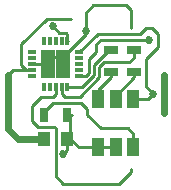
<source format=gtl>
G04 #@! TF.FileFunction,Copper,L1,Top,Signal*
%FSLAX46Y46*%
G04 Gerber Fmt 4.6, Leading zero omitted, Abs format (unit mm)*
G04 Created by KiCad (PCBNEW (2015-08-15 BZR 6092)-product) date 3/20/2016 7:48:22 PM*
%MOMM*%
G01*
G04 APERTURE LIST*
%ADD10C,0.100000*%
%ADD11R,0.300000X0.730000*%
%ADD12R,0.730000X0.300000*%
%ADD13R,1.250000X1.250000*%
%ADD14R,1.000000X1.500000*%
%ADD15R,1.300000X0.700000*%
%ADD16R,0.700000X1.300000*%
%ADD17R,1.000000X1.250000*%
%ADD18C,0.685800*%
%ADD19C,0.609600*%
%ADD20C,0.254000*%
G04 APERTURE END LIST*
D10*
D11*
X209280000Y-90745000D03*
X208780000Y-90745000D03*
X208280000Y-90745000D03*
X207780000Y-90745000D03*
X207280000Y-90745000D03*
D12*
X206315000Y-91710000D03*
X206315000Y-92210000D03*
X206315000Y-92710000D03*
X206315000Y-93210000D03*
X206315000Y-93710000D03*
D11*
X207280000Y-94675000D03*
X207780000Y-94675000D03*
X208280000Y-94675000D03*
X208780000Y-94675000D03*
X209280000Y-94675000D03*
D12*
X210245000Y-93710000D03*
X210245000Y-93210000D03*
X210245000Y-92710000D03*
X210245000Y-92210000D03*
X210245000Y-91710000D03*
D13*
X207655000Y-93335000D03*
X208905000Y-93335000D03*
X207655000Y-92085000D03*
X208905000Y-92085000D03*
D14*
X211860000Y-99763000D03*
X213360000Y-99763000D03*
X214860000Y-99763000D03*
X214860000Y-95663000D03*
X213360000Y-95663000D03*
X211860000Y-95663000D03*
D15*
X212979000Y-91506000D03*
X212979000Y-93406000D03*
X214884000Y-91506000D03*
X214884000Y-93406000D03*
D16*
X207330000Y-97028000D03*
X209230000Y-97028000D03*
D17*
X207280000Y-99060000D03*
X209280000Y-99060000D03*
D18*
X210820000Y-89916000D03*
X208915000Y-100330000D03*
X216535000Y-95250000D03*
X208026000Y-89535000D03*
X216154000Y-90678000D03*
D19*
X217420000Y-96850000D02*
X217420000Y-93650000D01*
D20*
X209280000Y-99965000D02*
X209280000Y-99060000D01*
X208915000Y-100330000D02*
X209280000Y-99965000D01*
X208905000Y-92085000D02*
X210820000Y-90170000D01*
X214249000Y-87757000D02*
X214630000Y-88138000D01*
X212979000Y-87757000D02*
X214249000Y-87757000D01*
X211455000Y-87757000D02*
X212979000Y-87757000D01*
X210820000Y-88392000D02*
X211455000Y-87757000D01*
X210820000Y-90170000D02*
X210820000Y-89916000D01*
X210820000Y-89916000D02*
X210820000Y-88392000D01*
X214630000Y-88138000D02*
X214630000Y-88900000D01*
X214630000Y-89662000D02*
X214630000Y-88900000D01*
X208905000Y-92085000D02*
X208905000Y-93335000D01*
X207655000Y-92085000D02*
X208905000Y-92085000D01*
X207655000Y-93335000D02*
X207655000Y-92085000D01*
X206315000Y-92710000D02*
X207030000Y-92710000D01*
X207030000Y-92710000D02*
X207655000Y-93335000D01*
X209530000Y-99060000D02*
X209530000Y-97128000D01*
X209530000Y-97128000D02*
X209630000Y-97028000D01*
X211860000Y-99763000D02*
X210233000Y-99763000D01*
X210233000Y-99763000D02*
X209530000Y-99060000D01*
X213360000Y-99763000D02*
X211860000Y-99763000D01*
X206315000Y-93210000D02*
X205732000Y-93210000D01*
X207518000Y-88900000D02*
X209550000Y-88900000D01*
X205359000Y-91059000D02*
X207518000Y-88900000D01*
X205359000Y-92837000D02*
X205359000Y-91059000D01*
X205732000Y-93210000D02*
X205359000Y-92837000D01*
X206315000Y-93210000D02*
X204660000Y-93210000D01*
X204660000Y-93210000D02*
X204220000Y-93650000D01*
D19*
X204220000Y-96850000D02*
X204220000Y-93650000D01*
X207030000Y-99060000D02*
X205105000Y-99060000D01*
X204220000Y-98175000D02*
X204220000Y-96850000D01*
X205105000Y-99060000D02*
X204220000Y-98175000D01*
D20*
X215392000Y-90170000D02*
X215900000Y-89662000D01*
X215900000Y-94615000D02*
X216535000Y-95250000D01*
X215900000Y-92329000D02*
X215900000Y-94615000D01*
X216916000Y-91313000D02*
X215900000Y-92329000D01*
X216916000Y-90170000D02*
X216916000Y-91313000D01*
X216408000Y-89662000D02*
X216916000Y-90170000D01*
X215900000Y-89662000D02*
X216408000Y-89662000D01*
X210245000Y-91710000D02*
X210296000Y-91710000D01*
X210296000Y-91710000D02*
X211836000Y-90170000D01*
X211836000Y-90170000D02*
X215392000Y-90170000D01*
X215392000Y-90170000D02*
X215519000Y-90170000D01*
X216535000Y-95250000D02*
X216122000Y-95663000D01*
X216122000Y-95663000D02*
X214860000Y-95663000D01*
X214979000Y-95663000D02*
X214860000Y-95663000D01*
X214884000Y-93406000D02*
X214884000Y-93806000D01*
X214884000Y-93806000D02*
X213360000Y-95457000D01*
X213360000Y-95663000D02*
X213360000Y-95457000D01*
X213360000Y-95663000D02*
X213360000Y-95076000D01*
X212979000Y-93406000D02*
X212979000Y-93806000D01*
X212979000Y-93806000D02*
X211860000Y-94925000D01*
X211860000Y-95663000D02*
X211860000Y-94925000D01*
X214630000Y-101600000D02*
X214630000Y-101854000D01*
X214630000Y-101854000D02*
X213614000Y-102870000D01*
X213614000Y-102870000D02*
X208915000Y-102870000D01*
X208915000Y-102870000D02*
X208280000Y-102235000D01*
X208280000Y-102235000D02*
X208280000Y-98171000D01*
X208280000Y-98171000D02*
X208153000Y-98044000D01*
X208153000Y-98044000D02*
X206756000Y-98044000D01*
X206756000Y-98044000D02*
X206248000Y-97536000D01*
X206248000Y-97536000D02*
X206248000Y-96266000D01*
X206248000Y-96266000D02*
X207010000Y-95504000D01*
X207010000Y-95504000D02*
X208026000Y-95504000D01*
X208026000Y-95504000D02*
X208280000Y-95250000D01*
X208280000Y-95250000D02*
X208280000Y-94675000D01*
X209280000Y-90745000D02*
X209280000Y-90186000D01*
X208566000Y-90075000D02*
X208026000Y-89535000D01*
X209169000Y-90075000D02*
X208566000Y-90075000D01*
X209280000Y-90186000D02*
X209169000Y-90075000D01*
X209296000Y-90729000D02*
X209280000Y-90745000D01*
X214376000Y-92583000D02*
X214503000Y-92583000D01*
X212344000Y-92583000D02*
X214376000Y-92583000D01*
X211963000Y-92964000D02*
X212344000Y-92583000D01*
X211963000Y-93853000D02*
X211963000Y-92964000D01*
X210312000Y-95504000D02*
X211963000Y-93853000D01*
X209067402Y-95504000D02*
X210312000Y-95504000D01*
X208780000Y-95216598D02*
X209067402Y-95504000D01*
X208780000Y-94675000D02*
X208780000Y-95216598D01*
X214884000Y-92202000D02*
X214884000Y-91506000D01*
X214503000Y-92583000D02*
X214884000Y-92202000D01*
X210245000Y-93710000D02*
X210836000Y-93710000D01*
X212090000Y-90678000D02*
X216154000Y-90678000D01*
X211709000Y-91059000D02*
X212090000Y-90678000D01*
X211709000Y-91694000D02*
X211709000Y-91059000D01*
X211074000Y-92329000D02*
X211709000Y-91694000D01*
X211074000Y-93472000D02*
X211074000Y-92329000D01*
X210836000Y-93710000D02*
X211074000Y-93472000D01*
X209280000Y-94675000D02*
X210506000Y-94675000D01*
X211556598Y-92795662D02*
X212979000Y-91373260D01*
X211556598Y-93624402D02*
X211556598Y-92795662D01*
X210506000Y-94675000D02*
X211556598Y-93624402D01*
X207010000Y-97028000D02*
X208026000Y-96012000D01*
X208026000Y-96012000D02*
X210439000Y-96012000D01*
X210439000Y-96012000D02*
X210947000Y-96520000D01*
X210947000Y-96520000D02*
X210947000Y-97028000D01*
X210947000Y-97028000D02*
X212090000Y-98171000D01*
X212090000Y-98171000D02*
X214376000Y-98171000D01*
X214376000Y-98171000D02*
X214860000Y-98655000D01*
X214860000Y-98655000D02*
X214860000Y-99763000D01*
M02*

</source>
